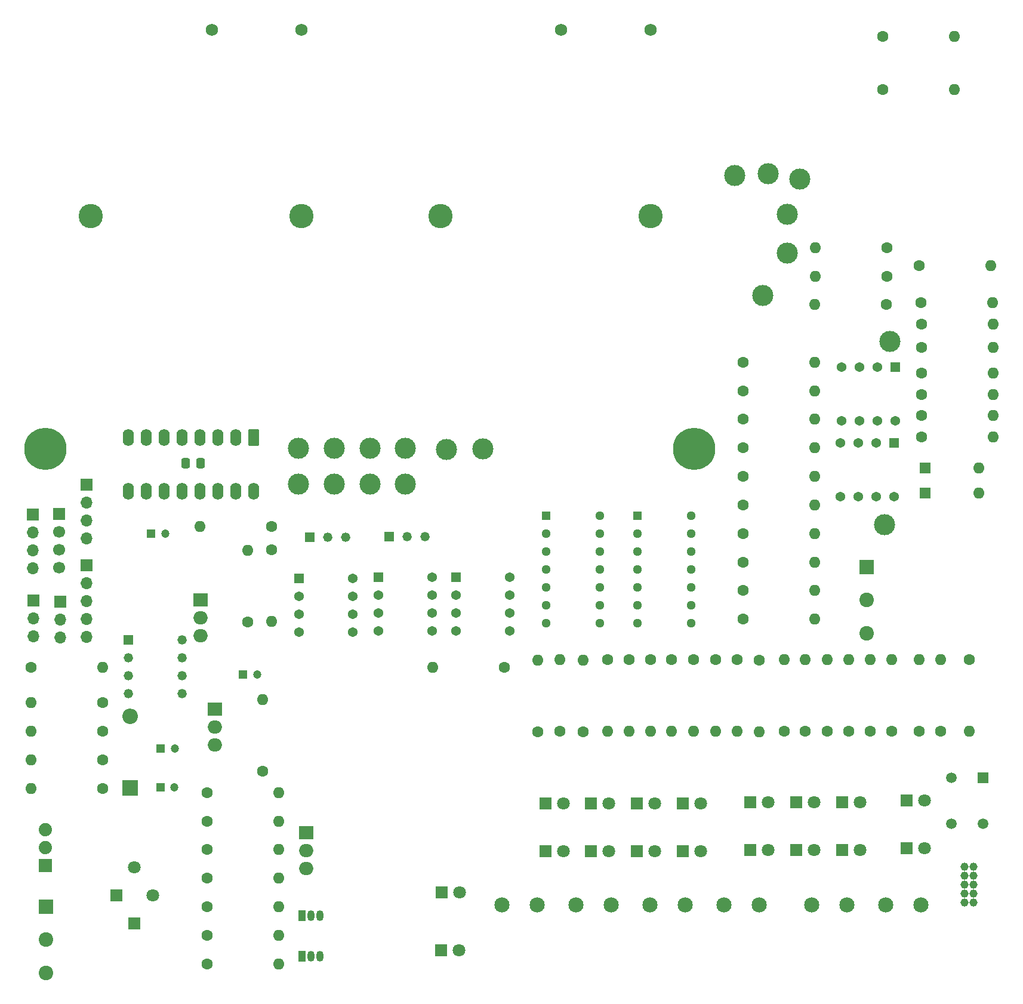
<source format=gbr>
%TF.GenerationSoftware,KiCad,Pcbnew,9.0.1-9.0.1-0~ubuntu24.04.1*%
%TF.CreationDate,2025-05-12T01:42:28+10:00*%
%TF.ProjectId,Sensor_Unit,53656e73-6f72-45f5-956e-69742e6b6963,rev?*%
%TF.SameCoordinates,Original*%
%TF.FileFunction,Soldermask,Bot*%
%TF.FilePolarity,Negative*%
%FSLAX46Y46*%
G04 Gerber Fmt 4.6, Leading zero omitted, Abs format (unit mm)*
G04 Created by KiCad (PCBNEW 9.0.1-9.0.1-0~ubuntu24.04.1) date 2025-05-12 01:42:28*
%MOMM*%
%LPD*%
G01*
G04 APERTURE LIST*
G04 Aperture macros list*
%AMRoundRect*
0 Rectangle with rounded corners*
0 $1 Rounding radius*
0 $2 $3 $4 $5 $6 $7 $8 $9 X,Y pos of 4 corners*
0 Add a 4 corners polygon primitive as box body*
4,1,4,$2,$3,$4,$5,$6,$7,$8,$9,$2,$3,0*
0 Add four circle primitives for the rounded corners*
1,1,$1+$1,$2,$3*
1,1,$1+$1,$4,$5*
1,1,$1+$1,$6,$7*
1,1,$1+$1,$8,$9*
0 Add four rect primitives between the rounded corners*
20,1,$1+$1,$2,$3,$4,$5,0*
20,1,$1+$1,$4,$5,$6,$7,0*
20,1,$1+$1,$6,$7,$8,$9,0*
20,1,$1+$1,$8,$9,$2,$3,0*%
G04 Aperture macros list end*
%ADD10C,3.450000*%
%ADD11C,1.734000*%
%ADD12C,2.057400*%
%ADD13R,2.057400X2.057400*%
%ADD14R,1.371600X1.371600*%
%ADD15C,1.371600*%
%ADD16R,1.800000X1.800000*%
%ADD17C,1.800000*%
%ADD18C,1.600000*%
%ADD19O,1.600000X1.600000*%
%ADD20R,1.320800X1.320800*%
%ADD21C,1.320800*%
%ADD22R,2.000000X1.905000*%
%ADD23O,2.000000X1.905000*%
%ADD24RoundRect,0.250000X-0.550000X0.950000X-0.550000X-0.950000X0.550000X-0.950000X0.550000X0.950000X0*%
%ADD25O,1.600000X2.400000*%
%ADD26C,3.000000*%
%ADD27R,1.879600X1.879600*%
%ADD28C,1.879600*%
%ADD29R,1.200000X1.200000*%
%ADD30C,1.200000*%
%ADD31R,1.700000X1.700000*%
%ADD32O,1.700000X1.700000*%
%ADD33R,1.600000X1.600000*%
%ADD34C,2.154000*%
%ADD35R,1.050000X1.500000*%
%ADD36O,1.050000X1.500000*%
%ADD37C,1.168400*%
%ADD38R,1.295400X1.295400*%
%ADD39C,1.295400*%
%ADD40R,2.200000X2.200000*%
%ADD41O,2.200000X2.200000*%
%ADD42R,1.498600X1.498600*%
%ADD43C,1.498600*%
%ADD44C,1.700000*%
%ADD45RoundRect,0.250000X0.337500X0.475000X-0.337500X0.475000X-0.337500X-0.475000X0.337500X-0.475000X0*%
%ADD46C,6.000000*%
G04 APERTURE END LIST*
D10*
%TO.C,BT1*%
X89000000Y-53000000D03*
X118850000Y-53000000D03*
D11*
X106150000Y-26580000D03*
X118850000Y-26580000D03*
%TD*%
%TO.C,BT2*%
X69300000Y-26580000D03*
X56600000Y-26580000D03*
D10*
X69300000Y-53000000D03*
X39450000Y-53000000D03*
%TD*%
D12*
%TO.C,SW2*%
X33060400Y-160319401D03*
X33060400Y-155619401D03*
D13*
X33060400Y-150919400D03*
%TD*%
D14*
%TO.C,U17*%
X91190000Y-104190000D03*
D15*
X91190000Y-106730000D03*
X91190000Y-109270000D03*
X91190000Y-111810000D03*
X98810000Y-111810000D03*
X98810000Y-109270000D03*
X98810000Y-106730000D03*
X98810000Y-104190000D03*
%TD*%
D16*
%TO.C,LED19*%
X89181800Y-148906000D03*
D17*
X91721800Y-148906000D03*
%TD*%
D18*
%TO.C,R15*%
X55920000Y-134750000D03*
D19*
X66080000Y-134750000D03*
%TD*%
D18*
%TO.C,R38*%
X112697500Y-115902600D03*
D19*
X112697500Y-126062600D03*
%TD*%
D20*
%TO.C,U10*%
X44716300Y-113073400D03*
D21*
X44716300Y-115613400D03*
X44716300Y-118153400D03*
X44716300Y-120693400D03*
X52336300Y-120693400D03*
X52336300Y-118153400D03*
X52336300Y-115613400D03*
X52336300Y-113073400D03*
%TD*%
D22*
%TO.C,U9*%
X57000000Y-122920000D03*
D23*
X57000000Y-125460000D03*
X57000000Y-128000000D03*
%TD*%
D16*
%TO.C,LED16*%
X139508200Y-142906500D03*
D17*
X142048200Y-142906500D03*
%TD*%
D24*
%TO.C,U23*%
X62540000Y-84380000D03*
D25*
X60000000Y-84380000D03*
X57460000Y-84380000D03*
X54920000Y-84380000D03*
X52380000Y-84380000D03*
X49840000Y-84380000D03*
X47300000Y-84380000D03*
X44760000Y-84380000D03*
X44760000Y-92000000D03*
X47300000Y-92000000D03*
X49840000Y-92000000D03*
X52380000Y-92000000D03*
X54920000Y-92000000D03*
X57460000Y-92000000D03*
X60000000Y-92000000D03*
X62540000Y-92000000D03*
%TD*%
D26*
%TO.C,TP2*%
X95000000Y-86000000D03*
%TD*%
%TO.C,TP5*%
X73950000Y-85950000D03*
%TD*%
D18*
%TO.C,R44*%
X143852600Y-126074300D03*
D19*
X143852600Y-115914300D03*
%TD*%
D27*
%TO.C,U8*%
X33000000Y-145080000D03*
D28*
X33000000Y-142540000D03*
X33000000Y-140000000D03*
%TD*%
D18*
%TO.C,R16*%
X55920000Y-138800000D03*
D19*
X66080000Y-138800000D03*
%TD*%
D26*
%TO.C,TP9*%
X84050000Y-85950000D03*
%TD*%
D16*
%TO.C,LED11*%
X110389400Y-143082300D03*
D17*
X112929400Y-143082300D03*
%TD*%
D18*
%TO.C,R57*%
X131920000Y-102050000D03*
D19*
X142080000Y-102050000D03*
%TD*%
D18*
%TO.C,R17*%
X55920000Y-142850000D03*
D19*
X66080000Y-142850000D03*
%TD*%
D16*
%TO.C,LED8*%
X139483200Y-136156500D03*
D17*
X142023200Y-136156500D03*
%TD*%
D18*
%TO.C,R49*%
X102818700Y-126131300D03*
D19*
X102818700Y-115971300D03*
%TD*%
D18*
%TO.C,R36*%
X146905200Y-126076100D03*
D19*
X146905200Y-115916100D03*
%TD*%
D18*
%TO.C,R28*%
X109247700Y-126160000D03*
D19*
X109247700Y-116000000D03*
%TD*%
D18*
%TO.C,R25*%
X65037200Y-100304200D03*
D19*
X65037200Y-110464200D03*
%TD*%
D29*
%TO.C,C17*%
X49337700Y-128496800D03*
D30*
X51337700Y-128496800D03*
%TD*%
D14*
%TO.C,U19*%
X153540000Y-74380000D03*
D15*
X151000000Y-74380000D03*
X148460000Y-74380000D03*
X145920000Y-74380000D03*
X145920000Y-82000000D03*
X148460000Y-82000000D03*
X151000000Y-82000000D03*
X153540000Y-82000000D03*
%TD*%
D18*
%TO.C,R3*%
X152250000Y-65500000D03*
D19*
X142090000Y-65500000D03*
%TD*%
D26*
%TO.C,TP6*%
X73950000Y-91000000D03*
%TD*%
D31*
%TO.C,J6*%
X38780200Y-91121900D03*
D32*
X38780200Y-93661900D03*
X38780200Y-96201900D03*
X38780200Y-98741900D03*
%TD*%
D26*
%TO.C,TP16*%
X135500000Y-47000000D03*
%TD*%
D18*
%TO.C,R40*%
X124967100Y-115920000D03*
D19*
X124967100Y-126080000D03*
%TD*%
D33*
%TO.C,D3*%
X157740100Y-92276500D03*
D19*
X165360100Y-92276500D03*
%TD*%
D34*
%TO.C,J11*%
X129221800Y-150656200D03*
X134221800Y-150656200D03*
%TD*%
D18*
%TO.C,R41*%
X131130000Y-115924000D03*
D19*
X131130000Y-126084000D03*
%TD*%
D18*
%TO.C,R37*%
X140800000Y-126074700D03*
D19*
X140800000Y-115914700D03*
%TD*%
D14*
%TO.C,U16*%
X80190000Y-104190000D03*
D15*
X80190000Y-106730000D03*
X80190000Y-109270000D03*
X80190000Y-111810000D03*
X87810000Y-111810000D03*
X87810000Y-109270000D03*
X87810000Y-106730000D03*
X87810000Y-104190000D03*
%TD*%
D16*
%TO.C,LED7*%
X145983200Y-136156500D03*
D17*
X148523200Y-136156500D03*
%TD*%
D18*
%TO.C,R42*%
X156952200Y-126080000D03*
D19*
X156952200Y-115920000D03*
%TD*%
D22*
%TO.C,U11*%
X55000000Y-107460000D03*
D23*
X55000000Y-110000000D03*
X55000000Y-112540000D03*
%TD*%
D26*
%TO.C,TP7*%
X79000000Y-85950000D03*
%TD*%
D18*
%TO.C,R39*%
X118834600Y-115902600D03*
D19*
X118834600Y-126062600D03*
%TD*%
D18*
%TO.C,R53*%
X131920000Y-85850000D03*
D19*
X142080000Y-85850000D03*
%TD*%
D16*
%TO.C,LED4*%
X116854400Y-136332300D03*
D17*
X119394400Y-136332300D03*
%TD*%
D26*
%TO.C,TP15*%
X140000000Y-47750000D03*
%TD*%
%TO.C,TP10*%
X84050000Y-91000000D03*
%TD*%
D22*
%TO.C,Q2*%
X70000000Y-140460000D03*
D23*
X70000000Y-143000000D03*
X70000000Y-145540000D03*
%TD*%
D18*
%TO.C,R59*%
X98080000Y-117000000D03*
D19*
X87920000Y-117000000D03*
%TD*%
D35*
%TO.C,Q3*%
X69373900Y-157967200D03*
D36*
X70643900Y-157967200D03*
X71913900Y-157967200D03*
%TD*%
D18*
%TO.C,R14*%
X63794700Y-131702200D03*
D19*
X63794700Y-121542200D03*
%TD*%
D16*
%TO.C,LED12*%
X116904400Y-143082300D03*
D17*
X119444400Y-143082300D03*
%TD*%
D14*
%TO.C,U20*%
X153350000Y-85190000D03*
D15*
X150810000Y-85190000D03*
X148270000Y-85190000D03*
X145730000Y-85190000D03*
X145730000Y-92810000D03*
X148270000Y-92810000D03*
X150810000Y-92810000D03*
X153350000Y-92810000D03*
%TD*%
D18*
%TO.C,R10*%
X157280100Y-75276500D03*
D19*
X167440100Y-75276500D03*
%TD*%
D18*
%TO.C,R27*%
X65080000Y-97000000D03*
D19*
X54920000Y-97000000D03*
%TD*%
D18*
%TO.C,R61*%
X131920000Y-110150000D03*
D19*
X142080000Y-110150000D03*
%TD*%
D31*
%TO.C,J4*%
X31307600Y-107535000D03*
D32*
X31307600Y-110075000D03*
X31307600Y-112615000D03*
%TD*%
D18*
%TO.C,L3*%
X30920000Y-117000000D03*
D19*
X41080000Y-117000000D03*
%TD*%
D18*
%TO.C,R12*%
X157280100Y-81276500D03*
D19*
X167440100Y-81276500D03*
%TD*%
D37*
%TO.C,J1*%
X164604600Y-150354700D03*
X163334600Y-150354700D03*
X164604600Y-149084700D03*
X163334600Y-149084700D03*
X164604600Y-147814700D03*
X163334600Y-147814700D03*
X164604600Y-146544700D03*
X163334600Y-146544700D03*
X164604600Y-145274700D03*
X163334600Y-145274700D03*
%TD*%
D34*
%TO.C,J8*%
X97721800Y-150656200D03*
X102721800Y-150656200D03*
%TD*%
D21*
%TO.C,R46*%
X86826200Y-98409400D03*
X84286200Y-98409400D03*
D20*
X81746200Y-98409400D03*
%TD*%
D18*
%TO.C,R47*%
X164000000Y-115920000D03*
D19*
X164000000Y-126080000D03*
%TD*%
D18*
%TO.C,R50*%
X131920000Y-73700000D03*
D19*
X142080000Y-73700000D03*
%TD*%
D16*
%TO.C,LED10*%
X103889400Y-143082300D03*
D17*
X106429400Y-143082300D03*
%TD*%
D38*
%TO.C,U15*%
X104000000Y-95460000D03*
D39*
X104000000Y-98000000D03*
X104000000Y-100540000D03*
X104000000Y-103080000D03*
X104000000Y-105620000D03*
X104000000Y-108160000D03*
X104000000Y-110700000D03*
X111620000Y-110700000D03*
X111620000Y-108160000D03*
X111620000Y-105620000D03*
X111620000Y-103080000D03*
X111620000Y-100540000D03*
X111620000Y-98000000D03*
X111620000Y-95460000D03*
%TD*%
D18*
%TO.C,R19*%
X55920000Y-150950000D03*
D19*
X66080000Y-150950000D03*
%TD*%
D18*
%TO.C,R55*%
X131920000Y-93950000D03*
D19*
X142080000Y-93950000D03*
%TD*%
D18*
%TO.C,R58*%
X131920000Y-106100000D03*
D19*
X142080000Y-106100000D03*
%TD*%
D18*
%TO.C,R26*%
X61683900Y-110558700D03*
D19*
X61683900Y-100398700D03*
%TD*%
D18*
%TO.C,R6*%
X156920000Y-60000000D03*
D19*
X167080000Y-60000000D03*
%TD*%
D26*
%TO.C,TP13*%
X130750000Y-47250000D03*
%TD*%
D31*
%TO.C,J5*%
X35086000Y-107653000D03*
D32*
X35086000Y-110193000D03*
X35086000Y-112733000D03*
%TD*%
D18*
%TO.C,R35*%
X153000000Y-126080000D03*
D19*
X153000000Y-115920000D03*
%TD*%
D16*
%TO.C,LED14*%
X155181800Y-142656200D03*
D17*
X157721800Y-142656200D03*
%TD*%
D16*
%TO.C,LED2*%
X103889400Y-136332300D03*
D17*
X106429400Y-136332300D03*
%TD*%
D16*
%TO.C,LED5*%
X123389400Y-136332300D03*
D17*
X125929400Y-136332300D03*
%TD*%
D18*
%TO.C,R7*%
X157200100Y-65276500D03*
D19*
X167360100Y-65276500D03*
%TD*%
D18*
%TO.C,R54*%
X131920000Y-89900000D03*
D19*
X142080000Y-89900000D03*
%TD*%
D38*
%TO.C,U14*%
X117000000Y-95460000D03*
D39*
X117000000Y-98000000D03*
X117000000Y-100540000D03*
X117000000Y-103080000D03*
X117000000Y-105620000D03*
X117000000Y-108160000D03*
X117000000Y-110700000D03*
X124620000Y-110700000D03*
X124620000Y-108160000D03*
X124620000Y-105620000D03*
X124620000Y-103080000D03*
X124620000Y-100540000D03*
X124620000Y-98000000D03*
X124620000Y-95460000D03*
%TD*%
D18*
%TO.C,R52*%
X131920000Y-81800000D03*
D19*
X142080000Y-81800000D03*
%TD*%
D34*
%TO.C,J10*%
X118721800Y-150656200D03*
X123721800Y-150656200D03*
%TD*%
D26*
%TO.C,TP8*%
X79000000Y-91000000D03*
%TD*%
D16*
%TO.C,LED15*%
X146008200Y-142906500D03*
D17*
X148548200Y-142906500D03*
%TD*%
D21*
%TO.C,R48*%
X75546100Y-98490900D03*
X73006100Y-98490900D03*
D20*
X70466100Y-98490900D03*
%TD*%
D31*
%TO.C,J12*%
X31191300Y-95325300D03*
D32*
X31191300Y-97865300D03*
X31191300Y-100405300D03*
X31191300Y-102945300D03*
%TD*%
D18*
%TO.C,R51*%
X131920000Y-77750000D03*
D19*
X142080000Y-77750000D03*
%TD*%
D18*
%TO.C,R13*%
X157280100Y-84276500D03*
D19*
X167440100Y-84276500D03*
%TD*%
D18*
%TO.C,R56*%
X131920000Y-98000000D03*
D19*
X142080000Y-98000000D03*
%TD*%
D16*
%TO.C,LED17*%
X132968200Y-142906500D03*
D17*
X135508200Y-142906500D03*
%TD*%
D16*
%TO.C,LED3*%
X110389400Y-136332300D03*
D17*
X112929400Y-136332300D03*
%TD*%
D34*
%TO.C,J3*%
X152221800Y-150656200D03*
X157221800Y-150656200D03*
%TD*%
D18*
%TO.C,R30*%
X115766000Y-115902600D03*
D19*
X115766000Y-126062600D03*
%TD*%
D18*
%TO.C,R8*%
X157280100Y-68276500D03*
D19*
X167440100Y-68276500D03*
%TD*%
D16*
%TO.C,LED13*%
X123414400Y-143082300D03*
D17*
X125954400Y-143082300D03*
%TD*%
D16*
%TO.C,LED6*%
X155156800Y-135906200D03*
D17*
X157696800Y-135906200D03*
%TD*%
D18*
%TO.C,R18*%
X55920000Y-146900000D03*
D19*
X66080000Y-146900000D03*
%TD*%
D18*
%TO.C,R9*%
X157280100Y-71626500D03*
D19*
X167440100Y-71626500D03*
%TD*%
D18*
%TO.C,R34*%
X160000000Y-126080000D03*
D19*
X160000000Y-115920000D03*
%TD*%
D26*
%TO.C,TP11*%
X138250000Y-52750000D03*
%TD*%
D35*
%TO.C,Q1*%
X69373900Y-152177200D03*
D36*
X70643900Y-152177200D03*
X71913900Y-152177200D03*
%TD*%
D18*
%TO.C,R43*%
X149952200Y-126080000D03*
D19*
X149952200Y-115920000D03*
%TD*%
D26*
%TO.C,TP1*%
X89850000Y-86050000D03*
%TD*%
%TO.C,TP17*%
X138250000Y-58250000D03*
%TD*%
D18*
%TO.C,R11*%
X157280100Y-78276500D03*
D19*
X167440100Y-78276500D03*
%TD*%
D26*
%TO.C,TP14*%
X152000000Y-96750000D03*
%TD*%
D34*
%TO.C,J2*%
X141721800Y-150656200D03*
X146721800Y-150656200D03*
%TD*%
D18*
%TO.C,R31*%
X121766000Y-115902600D03*
D19*
X121766000Y-126062600D03*
%TD*%
D26*
%TO.C,TP12*%
X152750000Y-70750000D03*
%TD*%
D18*
%TO.C,R32*%
X128044600Y-115920000D03*
D19*
X128044600Y-126080000D03*
%TD*%
D18*
%TO.C,R4*%
X151745000Y-27500000D03*
D19*
X161905000Y-27500000D03*
%TD*%
D29*
%TO.C,C21*%
X61000000Y-118000000D03*
D30*
X63000000Y-118000000D03*
%TD*%
D40*
%TO.C,D23*%
X45000000Y-134080000D03*
D41*
X45000000Y-123920000D03*
%TD*%
D33*
%TO.C,D2*%
X157740100Y-88726500D03*
D19*
X165360100Y-88726500D03*
%TD*%
D42*
%TO.C,SW3*%
X165989401Y-132656199D03*
D43*
X165989401Y-139156200D03*
X161489400Y-132656199D03*
X161489400Y-139156200D03*
%TD*%
D31*
%TO.C,J7*%
X38785700Y-102473300D03*
D32*
X38785700Y-105013300D03*
X38785700Y-107553300D03*
X38785700Y-110093300D03*
X38785700Y-112633300D03*
%TD*%
D18*
%TO.C,R45*%
X137755800Y-126075100D03*
D19*
X137755800Y-115915100D03*
%TD*%
D29*
%TO.C,C15*%
X49287500Y-133965100D03*
D30*
X51287500Y-133965100D03*
%TD*%
D31*
%TO.C,J13*%
X34929500Y-95232300D03*
D44*
X34929500Y-97772300D03*
X34929500Y-100312300D03*
X34929500Y-102852300D03*
%TD*%
D29*
%TO.C,C24*%
X48000000Y-98000000D03*
D30*
X50000000Y-98000000D03*
%TD*%
D16*
%TO.C,U24*%
X43076300Y-149335000D03*
D17*
X48176300Y-149335000D03*
D16*
X45576300Y-153335000D03*
D17*
X45576300Y-145335000D03*
%TD*%
D18*
%TO.C,R5*%
X151745000Y-35050000D03*
D19*
X161905000Y-35050000D03*
%TD*%
D16*
%TO.C,LED9*%
X132943200Y-136156500D03*
D17*
X135483200Y-136156500D03*
%TD*%
D26*
%TO.C,TP3*%
X68900000Y-85950000D03*
%TD*%
D18*
%TO.C,R60*%
X55920000Y-159050000D03*
D19*
X66080000Y-159050000D03*
%TD*%
D34*
%TO.C,J9*%
X108221800Y-150656200D03*
X113221800Y-150656200D03*
%TD*%
D18*
%TO.C,R20*%
X55920000Y-155000000D03*
D19*
X66080000Y-155000000D03*
%TD*%
D18*
%TO.C,R2*%
X152330000Y-61500000D03*
D19*
X142170000Y-61500000D03*
%TD*%
D26*
%TO.C,TP18*%
X134750000Y-64250000D03*
%TD*%
D18*
%TO.C,R1*%
X152330000Y-57500000D03*
D19*
X142170000Y-57500000D03*
%TD*%
D18*
%TO.C,R29*%
X106000000Y-126080000D03*
D19*
X106000000Y-115920000D03*
%TD*%
D26*
%TO.C,TP4*%
X68900000Y-91000000D03*
%TD*%
D16*
%TO.C,LED1*%
X89128500Y-157103200D03*
D17*
X91668500Y-157103200D03*
%TD*%
D14*
%TO.C,U12*%
X69000000Y-104380000D03*
D15*
X69000000Y-106920000D03*
X69000000Y-109460000D03*
X69000000Y-112000000D03*
X76620000Y-112000000D03*
X76620000Y-109460000D03*
X76620000Y-106920000D03*
X76620000Y-104380000D03*
%TD*%
D18*
%TO.C,R33*%
X134247700Y-115947000D03*
D19*
X134247700Y-126107000D03*
%TD*%
D13*
%TO.C,CR1*%
X149500000Y-102750000D03*
D12*
X149500000Y-107450001D03*
X149500000Y-112150001D03*
%TD*%
D45*
%TO.C,C28*%
X54962500Y-88000000D03*
X52887500Y-88000000D03*
%TD*%
D46*
%TO.C,FID4*%
X125000000Y-86000000D03*
%TD*%
%TO.C,FID3*%
X33000000Y-86000000D03*
%TD*%
D18*
%TO.C,R21*%
X41080000Y-122000000D03*
D19*
X30920000Y-122000000D03*
%TD*%
D18*
%TO.C,R24*%
X41080000Y-134150000D03*
D19*
X30920000Y-134150000D03*
%TD*%
D18*
%TO.C,R23*%
X41080000Y-130100000D03*
D19*
X30920000Y-130100000D03*
%TD*%
D18*
%TO.C,R22*%
X41080000Y-126050000D03*
D19*
X30920000Y-126050000D03*
%TD*%
M02*

</source>
